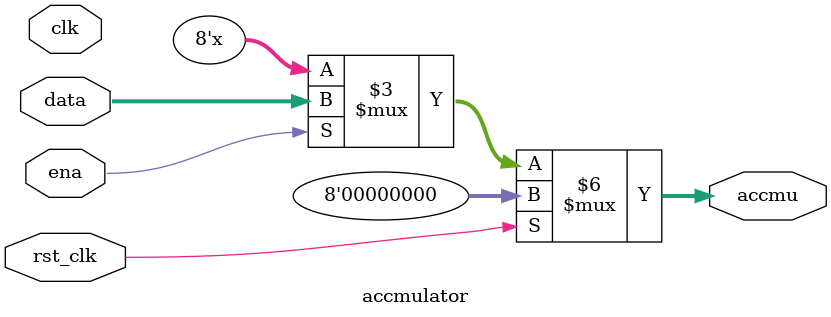
<source format=v>
module accmulator(data,ena,clk,rst_clk,accmu);
input [7:0]data;
input ena,clk,rst_clk;
output [7:0]accmu;
reg [7:0]accmu;
always@(clk)
begin
  if(rst_clk == 1)
  begin
    accmu <= 8'b00000000;
  end
  else
  begin
    if(ena)
    begin
      accmu <= data;
    end
  end
end
endmodule
</source>
